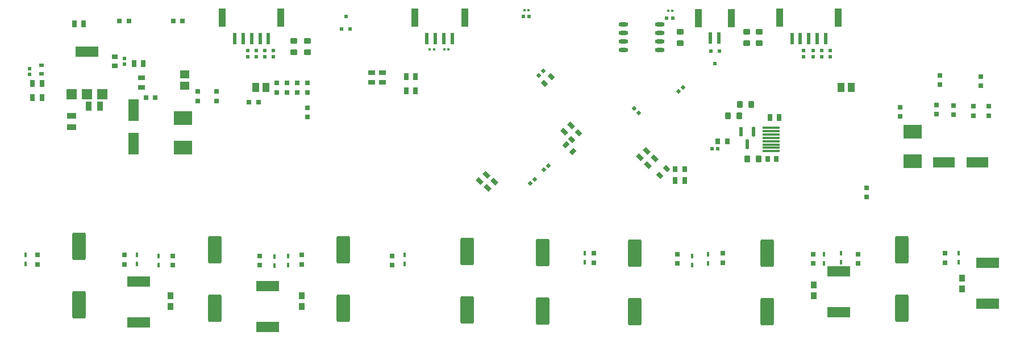
<source format=gbp>
G04*
G04 #@! TF.GenerationSoftware,Altium Limited,Altium Designer,24.0.1 (36)*
G04*
G04 Layer_Color=128*
%FSLAX44Y44*%
%MOMM*%
G71*
G04*
G04 #@! TF.SameCoordinates,B4139D88-366C-407F-81F0-E15026D8F30D*
G04*
G04*
G04 #@! TF.FilePolarity,Positive*
G04*
G01*
G75*
%ADD22R,1.0000X0.6400*%
%ADD23R,0.5000X0.5500*%
%ADD24R,0.5000X0.5500*%
G04:AMPARAMS|DCode=25|XSize=1mm|YSize=0.9mm|CornerRadius=0.1125mm|HoleSize=0mm|Usage=FLASHONLY|Rotation=270.000|XOffset=0mm|YOffset=0mm|HoleType=Round|Shape=RoundedRectangle|*
%AMROUNDEDRECTD25*
21,1,1.0000,0.6750,0,0,270.0*
21,1,0.7750,0.9000,0,0,270.0*
1,1,0.2250,-0.3375,-0.3875*
1,1,0.2250,-0.3375,0.3875*
1,1,0.2250,0.3375,0.3875*
1,1,0.2250,0.3375,-0.3875*
%
%ADD25ROUNDEDRECTD25*%
G04:AMPARAMS|DCode=27|XSize=0.58mm|YSize=0.58mm|CornerRadius=0.1508mm|HoleSize=0mm|Usage=FLASHONLY|Rotation=270.000|XOffset=0mm|YOffset=0mm|HoleType=Round|Shape=RoundedRectangle|*
%AMROUNDEDRECTD27*
21,1,0.5800,0.2784,0,0,270.0*
21,1,0.2784,0.5800,0,0,270.0*
1,1,0.3016,-0.1392,-0.1392*
1,1,0.3016,-0.1392,0.1392*
1,1,0.3016,0.1392,0.1392*
1,1,0.3016,0.1392,-0.1392*
%
%ADD27ROUNDEDRECTD27*%
%ADD28R,0.7000X0.8500*%
%ADD58R,0.6000X1.7000*%
%ADD59R,1.0000X2.8000*%
%ADD65R,0.7620X0.7620*%
G04:AMPARAMS|DCode=67|XSize=0.56mm|YSize=0.51mm|CornerRadius=0mm|HoleSize=0mm|Usage=FLASHONLY|Rotation=45.000|XOffset=0mm|YOffset=0mm|HoleType=Round|Shape=Rectangle|*
%AMROTATEDRECTD67*
4,1,4,-0.0177,-0.3783,-0.3783,-0.0177,0.0177,0.3783,0.3783,0.0177,-0.0177,-0.3783,0.0*
%
%ADD67ROTATEDRECTD67*%

G04:AMPARAMS|DCode=68|XSize=0.89mm|YSize=0.64mm|CornerRadius=0mm|HoleSize=0mm|Usage=FLASHONLY|Rotation=135.000|XOffset=0mm|YOffset=0mm|HoleType=Round|Shape=Rectangle|*
%AMROTATEDRECTD68*
4,1,4,0.5409,-0.0884,0.0884,-0.5409,-0.5409,0.0884,-0.0884,0.5409,0.5409,-0.0884,0.0*
%
%ADD68ROTATEDRECTD68*%

%ADD69R,0.7620X0.7620*%
%ADD70R,1.0000X0.6400*%
G04:AMPARAMS|DCode=71|XSize=1mm|YSize=0.9mm|CornerRadius=0.1125mm|HoleSize=0mm|Usage=FLASHONLY|Rotation=180.000|XOffset=0mm|YOffset=0mm|HoleType=Round|Shape=RoundedRectangle|*
%AMROUNDEDRECTD71*
21,1,1.0000,0.6750,0,0,180.0*
21,1,0.7750,0.9000,0,0,180.0*
1,1,0.2250,-0.3875,0.3375*
1,1,0.2250,0.3875,0.3375*
1,1,0.2250,0.3875,-0.3375*
1,1,0.2250,-0.3875,-0.3375*
%
%ADD71ROUNDEDRECTD71*%
G04:AMPARAMS|DCode=72|XSize=0.56mm|YSize=0.51mm|CornerRadius=0mm|HoleSize=0mm|Usage=FLASHONLY|Rotation=135.000|XOffset=0mm|YOffset=0mm|HoleType=Round|Shape=Rectangle|*
%AMROTATEDRECTD72*
4,1,4,0.3783,-0.0177,0.0177,-0.3783,-0.3783,0.0177,-0.0177,0.3783,0.3783,-0.0177,0.0*
%
%ADD72ROTATEDRECTD72*%

%ADD74R,0.6400X0.8900*%
%ADD75R,0.5100X0.5600*%
%ADD76O,1.4500X0.6000*%
%ADD77R,0.8900X0.6400*%
%ADD168R,0.9000X1.4000*%
%ADD169R,1.4500X1.2500*%
G04:AMPARAMS|DCode=170|XSize=2mm|YSize=4.1mm|CornerRadius=0.25mm|HoleSize=0mm|Usage=FLASHONLY|Rotation=180.000|XOffset=0mm|YOffset=0mm|HoleType=Round|Shape=RoundedRectangle|*
%AMROUNDEDRECTD170*
21,1,2.0000,3.6000,0,0,180.0*
21,1,1.5000,4.1000,0,0,180.0*
1,1,0.5000,-0.7500,1.8000*
1,1,0.5000,0.7500,1.8000*
1,1,0.5000,0.7500,-1.8000*
1,1,0.5000,-0.7500,-1.8000*
%
%ADD170ROUNDEDRECTD170*%
%ADD171R,1.1000X1.4000*%
%ADD172R,1.6000X3.2000*%
%ADD173R,0.9500X1.0000*%
%ADD174R,2.7430X2.1590*%
%ADD175R,0.3000X0.6500*%
G04:AMPARAMS|DCode=177|XSize=1.4741mm|YSize=0.5849mm|CornerRadius=0.2925mm|HoleSize=0mm|Usage=FLASHONLY|Rotation=270.000|XOffset=0mm|YOffset=0mm|HoleType=Round|Shape=RoundedRectangle|*
%AMROUNDEDRECTD177*
21,1,1.4741,0.0000,0,0,270.0*
21,1,0.8892,0.5849,0,0,270.0*
1,1,0.5849,0.0000,-0.4446*
1,1,0.5849,0.0000,0.4446*
1,1,0.5849,0.0000,0.4446*
1,1,0.5849,0.0000,-0.4446*
%
%ADD177ROUNDEDRECTD177*%
%ADD178R,0.5849X1.4741*%
%ADD179R,3.5000X1.5000*%
G04:AMPARAMS|DCode=180|XSize=1mm|YSize=0.64mm|CornerRadius=0mm|HoleSize=0mm|Usage=FLASHONLY|Rotation=135.000|XOffset=0mm|YOffset=0mm|HoleType=Round|Shape=Rectangle|*
%AMROTATEDRECTD180*
4,1,4,0.5798,-0.1273,0.1273,-0.5798,-0.5798,0.1273,-0.1273,0.5798,0.5798,-0.1273,0.0*
%
%ADD180ROTATEDRECTD180*%

%ADD182R,3.5000X1.6500*%
%ADD183R,1.5000X1.6500*%
%ADD184R,0.8000X0.5500*%
%ADD185R,2.6000X0.3000*%
%ADD186R,0.4250X0.3300*%
%ADD187R,0.6400X1.0000*%
%ADD188R,3.2000X1.6000*%
G04:AMPARAMS|DCode=189|XSize=0.89mm|YSize=0.64mm|CornerRadius=0mm|HoleSize=0mm|Usage=FLASHONLY|Rotation=45.000|XOffset=0mm|YOffset=0mm|HoleType=Round|Shape=Rectangle|*
%AMROTATEDRECTD189*
4,1,4,-0.0884,-0.5409,-0.5409,-0.0884,0.0884,0.5409,0.5409,0.0884,-0.0884,-0.5409,0.0*
%
%ADD189ROTATEDRECTD189*%

%ADD190R,0.5600X0.5100*%
%ADD191R,1.4000X0.9000*%
G04:AMPARAMS|DCode=212|XSize=0.64mm|YSize=1mm|CornerRadius=0mm|HoleSize=0mm|Usage=FLASHONLY|Rotation=225.000|XOffset=0mm|YOffset=0mm|HoleType=Round|Shape=Rectangle|*
%AMROTATEDRECTD212*
4,1,4,-0.1273,0.5798,0.5798,-0.1273,0.1273,-0.5798,-0.5798,0.1273,-0.1273,0.5798,0.0*
%
%ADD212ROTATEDRECTD212*%

%ADD213R,0.6400X1.0000*%
D22*
X554990Y498487D02*
D03*
X554990Y484492D02*
D03*
X538480Y498490D02*
D03*
X538480Y484491D02*
D03*
X195580Y476873D02*
D03*
X195580Y490868D02*
D03*
D23*
X1043940Y530860D02*
D03*
X1056940D02*
D03*
X1050440Y512360D02*
D03*
X500380Y582020D02*
D03*
X506880Y563520D02*
D03*
D24*
X493880D02*
D03*
D25*
X1086730Y434340D02*
D03*
X1069730D02*
D03*
X1087510Y450850D02*
D03*
X1104510Y450850D02*
D03*
X1098060Y369570D02*
D03*
X1115060Y369570D02*
D03*
D27*
X1182370Y522450D02*
D03*
X1182370Y531650D02*
D03*
X1196340Y522450D02*
D03*
X1196340Y531650D02*
D03*
X1209040Y522450D02*
D03*
X1209040Y531650D02*
D03*
X1221740Y522450D02*
D03*
X1221740Y531650D02*
D03*
X379730Y522450D02*
D03*
X379730Y531650D02*
D03*
X392430Y522450D02*
D03*
Y531650D02*
D03*
X354330Y522450D02*
D03*
Y531650D02*
D03*
X367030Y522450D02*
D03*
Y531650D02*
D03*
D28*
X1141880Y369570D02*
D03*
X1128880D02*
D03*
D58*
X1043750Y550499D02*
D03*
X1056250D02*
D03*
X385001Y549249D02*
D03*
X334999D02*
D03*
X347498D02*
D03*
X359997D02*
D03*
X372499D02*
D03*
X658750D02*
D03*
X646248D02*
D03*
X633749D02*
D03*
X621250D02*
D03*
X1202499D02*
D03*
X1189997D02*
D03*
X1177498D02*
D03*
X1164999D02*
D03*
X1215001D02*
D03*
D59*
X1025251Y579498D02*
D03*
X1074751D02*
D03*
X316500Y580751D02*
D03*
X403500D02*
D03*
X602751D02*
D03*
X677249D02*
D03*
X1233500D02*
D03*
X1146500D02*
D03*
D65*
X568960Y225425D02*
D03*
Y211455D02*
D03*
X279400Y470535D02*
D03*
Y456565D02*
D03*
X307340Y470535D02*
D03*
Y456565D02*
D03*
X1446530Y492760D02*
D03*
Y478790D02*
D03*
X1385570Y494665D02*
D03*
Y480695D02*
D03*
X1276350Y313055D02*
D03*
Y327025D02*
D03*
X1380620Y450470D02*
D03*
X1380620Y436500D02*
D03*
X1406020Y449835D02*
D03*
Y435865D02*
D03*
X1435230Y448565D02*
D03*
Y434595D02*
D03*
X1458090Y448565D02*
D03*
Y434595D02*
D03*
X372110Y211455D02*
D03*
Y225425D02*
D03*
X40640Y212725D02*
D03*
Y226695D02*
D03*
X170180Y212725D02*
D03*
Y226695D02*
D03*
X994410Y213995D02*
D03*
Y227965D02*
D03*
X869950Y215265D02*
D03*
Y229235D02*
D03*
X242570Y211455D02*
D03*
Y225425D02*
D03*
X1196340Y213995D02*
D03*
Y227965D02*
D03*
X1061720Y215265D02*
D03*
Y229235D02*
D03*
X434340Y212725D02*
D03*
Y226695D02*
D03*
X1263650Y213995D02*
D03*
Y227965D02*
D03*
X1393190Y215265D02*
D03*
Y229235D02*
D03*
X1325880Y447040D02*
D03*
Y433070D02*
D03*
X443230Y483235D02*
D03*
Y469265D02*
D03*
X397510D02*
D03*
Y483235D02*
D03*
X412750Y469265D02*
D03*
Y483235D02*
D03*
X427990Y469265D02*
D03*
Y483235D02*
D03*
X443230Y446405D02*
D03*
Y432435D02*
D03*
D67*
X930268Y445142D02*
D03*
X936632Y438778D02*
D03*
D68*
X977770Y355470D02*
D03*
X967870Y345570D02*
D03*
X806320Y492630D02*
D03*
X796420Y482730D02*
D03*
X846960Y408810D02*
D03*
X837060Y398910D02*
D03*
D69*
X216535Y461010D02*
D03*
X202565D02*
D03*
X356235Y454660D02*
D03*
X370205D02*
D03*
X177165Y575310D02*
D03*
X163195D02*
D03*
X257175D02*
D03*
X243205D02*
D03*
D70*
X538480Y498490D02*
D03*
Y484490D02*
D03*
D71*
X998220Y559680D02*
D03*
Y542680D02*
D03*
X1097280D02*
D03*
Y559680D02*
D03*
X1116330Y559680D02*
D03*
Y542680D02*
D03*
X443230Y545710D02*
D03*
Y528710D02*
D03*
X422910Y545710D02*
D03*
Y528710D02*
D03*
D72*
X1002672Y476892D02*
D03*
X996308Y470528D02*
D03*
X781692Y339732D02*
D03*
X775328Y333368D02*
D03*
X795648Y353688D02*
D03*
X802012Y360052D02*
D03*
X788028Y494658D02*
D03*
X794392Y501022D02*
D03*
D74*
X1068720Y396240D02*
D03*
X1054720D02*
D03*
X1005220Y354330D02*
D03*
X991220D02*
D03*
D75*
X987108Y579492D02*
D03*
X978108D02*
D03*
X1045790Y384810D02*
D03*
X1054790D02*
D03*
X764402Y582340D02*
D03*
X773402D02*
D03*
D76*
X913820Y532130D02*
D03*
X968320D02*
D03*
X913820Y570230D02*
D03*
X913820Y544830D02*
D03*
X913820Y557530D02*
D03*
X968320Y544830D02*
D03*
Y557530D02*
D03*
Y570230D02*
D03*
D77*
X156210Y508620D02*
D03*
X156210Y522620D02*
D03*
D168*
X134230Y448310D02*
D03*
X117230D02*
D03*
D169*
X260350Y496180D02*
D03*
Y479180D02*
D03*
D170*
X930910Y141920D02*
D03*
Y228920D02*
D03*
X1127760Y141920D02*
D03*
Y228920D02*
D03*
X680720Y231460D02*
D03*
Y144460D02*
D03*
X793750Y230190D02*
D03*
Y143190D02*
D03*
X1328420Y234000D02*
D03*
X1328420Y147000D02*
D03*
X102870Y239080D02*
D03*
Y152080D02*
D03*
X496570Y234000D02*
D03*
Y147000D02*
D03*
X304800Y234000D02*
D03*
Y147000D02*
D03*
D171*
X365880Y476250D02*
D03*
X380880D02*
D03*
X1253250D02*
D03*
X1238250D02*
D03*
D172*
X184150Y442830D02*
D03*
Y392830D02*
D03*
D173*
X434340Y165480D02*
D03*
Y149480D02*
D03*
X238760D02*
D03*
Y165480D02*
D03*
X1197610Y181990D02*
D03*
Y165990D02*
D03*
X1418590Y192150D02*
D03*
Y176150D02*
D03*
D174*
X257810Y431040D02*
D03*
Y386840D02*
D03*
X1344930Y366520D02*
D03*
Y410720D02*
D03*
D175*
X588010Y226460D02*
D03*
Y212960D02*
D03*
X393700Y210420D02*
D03*
Y223920D02*
D03*
X22860Y212960D02*
D03*
Y226460D02*
D03*
X189230Y212960D02*
D03*
Y226460D02*
D03*
X1016000Y225190D02*
D03*
Y211690D02*
D03*
X855980Y229000D02*
D03*
Y215500D02*
D03*
X220980Y211690D02*
D03*
Y225190D02*
D03*
X1212850Y227730D02*
D03*
Y214230D02*
D03*
X1040130Y227730D02*
D03*
Y214230D02*
D03*
X414020Y211690D02*
D03*
Y225190D02*
D03*
X1238250Y229000D02*
D03*
Y215500D02*
D03*
X1413510Y229000D02*
D03*
Y215500D02*
D03*
D177*
X1108050Y410672D02*
D03*
X1098550Y391968D02*
D03*
D178*
X1089050Y410672D02*
D03*
D179*
X383540Y180380D02*
D03*
Y119380D02*
D03*
X191770Y125690D02*
D03*
Y186690D02*
D03*
X1234440Y201950D02*
D03*
Y140950D02*
D03*
X1456690Y214650D02*
D03*
Y153650D02*
D03*
D180*
X948560Y382140D02*
D03*
X938660Y372240D02*
D03*
X711330Y326520D02*
D03*
X721230Y336420D02*
D03*
D182*
X114300Y529590D02*
D03*
D183*
X91300Y466090D02*
D03*
X114300D02*
D03*
X137300Y466090D02*
D03*
D184*
X46990Y509170D02*
D03*
Y496670D02*
D03*
D185*
X1134110Y416400D02*
D03*
Y411400D02*
D03*
Y406400D02*
D03*
Y401400D02*
D03*
Y396400D02*
D03*
Y391400D02*
D03*
Y386400D02*
D03*
Y381400D02*
D03*
D186*
X980381Y591166D02*
D03*
X986631D02*
D03*
X647115Y533400D02*
D03*
X653365D02*
D03*
X631775D02*
D03*
X625525D02*
D03*
X772745Y591820D02*
D03*
X766495D02*
D03*
D187*
X109870Y571500D02*
D03*
X95870D02*
D03*
X47640Y482600D02*
D03*
X33640D02*
D03*
X47640Y461010D02*
D03*
X33640D02*
D03*
D188*
X1441050Y364490D02*
D03*
X1391050D02*
D03*
D189*
X828170Y391030D02*
D03*
X838070Y381130D02*
D03*
D190*
X170180Y520120D02*
D03*
Y511120D02*
D03*
X29210Y504880D02*
D03*
Y495880D02*
D03*
D191*
X91440Y433950D02*
D03*
Y416950D02*
D03*
D212*
X948559Y382139D02*
D03*
X938660Y372241D02*
D03*
X959988Y370708D02*
D03*
X950092Y360812D02*
D03*
X711330Y326520D02*
D03*
X721229Y336419D02*
D03*
X699902Y336682D02*
D03*
X709798Y346578D02*
D03*
X835528Y420238D02*
D03*
X825632Y410342D02*
D03*
D213*
X109869Y571501D02*
D03*
X95870Y571499D02*
D03*
X1132193Y431800D02*
D03*
X1146188Y431801D02*
D03*
X1005137Y337820D02*
D03*
X991142Y337820D02*
D03*
X604167Y492760D02*
D03*
X590172D02*
D03*
X604168Y471171D02*
D03*
X590172Y471170D02*
D03*
X198768Y511811D02*
D03*
X184772Y511810D02*
D03*
X47640Y482600D02*
D03*
X33641Y482600D02*
D03*
X47640Y461010D02*
D03*
X33641Y461010D02*
D03*
M02*

</source>
